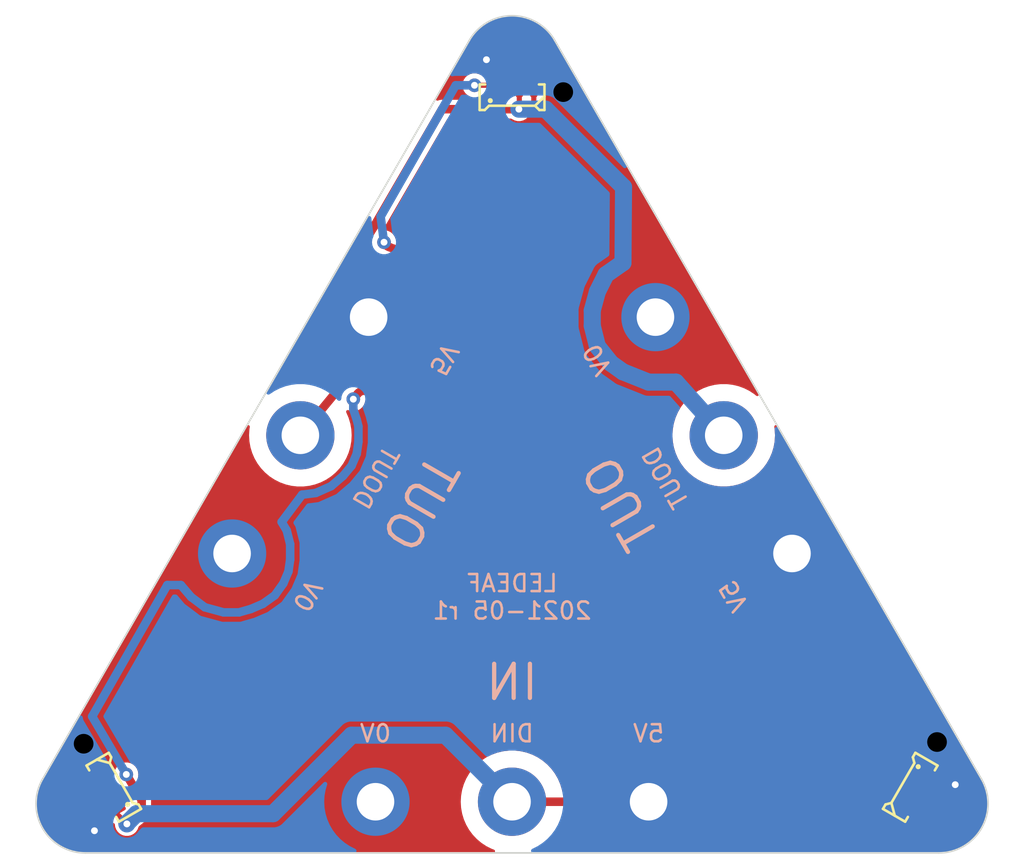
<source format=kicad_pcb>
(kicad_pcb (version 20221018) (generator pcbnew)
  (title_block (title "LEDEAF Triangle PCB") (date "2021-05-23") (rev "1") (comment 1 "Drawn By: AG"))
  (layers (0 "F.Cu" signal) (31 "B.Cu" signal) (34 "B.Paste" user) (35 "F.Paste" user) (36 "B.SilkS" user "B.Silkscreen") (37 "F.SilkS" user "F.Silkscreen") (38 "B.Mask" user) (39 "F.Mask" user) (44 "Edge.Cuts" user))
  (net 0 "")
  (net 1 "GND")
  (net 2 "5v")
  (net 3 "/DIN")
  (net 4 "/DOUT")
  (footprint "agg:M2.5_HOLE" (layer "F.Cu") (at 104.9 133.6)
    (fp_text reference "X3" hide)
    (fp_text value "TOOLING" hide)
    (pad "" np_thru_hole circle (at 0 0) (size 1.3 1.3) (drill 1.152) (layers "*.Mask"))
  )
  (footprint "agg:0402" (layer "F.Cu") (at 130 93 180)
    (fp_text reference "C3")
    (fp_text value "100n")
    (pad "1" smd rect (at -0.45 0 180) (size 0.62 0.62) (layers "F.Cu" "F.Paste" "F.Mask") (net 1 "GND"))
    (pad "2" smd rect (at 0.45 0 180) (size 0.62 0.62) (layers "F.Cu" "F.Paste" "F.Mask") (net 2 "5v"))
  )
  (footprint "agg:M2_PTH" (layer "F.Cu") (at 130 137)
    (fp_text reference "J2" hide)
    (fp_text value "DIN" hide)
    (pad "1" thru_hole circle (at 0 0) (size 4 4) (drill 2.2) (layers "*.Cu" "*.Mask") (net 3 "/DIN") (clearance 1))
  )
  (footprint "agg:M2_PTH" (layer "F.Cu") (at 121.598076 108.591035)
    (fp_text reference "J6" hide)
    (fp_text value "5V" hide)
    (pad "1" thru_hole circle (at 0 0) (size 4 4) (drill 2.2) (layers "*.Cu" "*.Mask") (net 2 "5v") (clearance 1))
  )
  (footprint "agg:WS2812B-4020" (layer "F.Cu") (at 153.331603 136.15 60)
    (fp_text reference "LED1")
    (fp_text value "WS2812B-4020")
    (fp_line (start -1.9 -0.75) (end -1.6 -0.75) (stroke (width 0.15)) (layer "F.SilkS"))
    (fp_line (start -1.9 0.75) (end -1.9 -0.75) (stroke (width 0.15)) (layer "F.SilkS"))
    (fp_line (start -1.9 0.75) (end -1.575 0.75) (stroke (width 0.15)) (layer "F.SilkS"))
    (fp_line (start -1.6 -0.75) (end -1.35 -0.5) (stroke (width 0.15)) (layer "F.SilkS"))
    (fp_line (start -1.35 -0.5) (end -1.9 0.05) (stroke (width 0.15)) (layer "F.SilkS"))
    (fp_line (start -1.35 -0.5) (end 1.35 -0.5) (stroke (width 0.15)) (layer "F.SilkS"))
    (fp_line (start 1.6 -0.75) (end 1.35 -0.5) (stroke (width 0.15)) (layer "F.SilkS"))
    (fp_line (start 1.9 -0.75) (end 1.6 -0.75) (stroke (width 0.15)) (layer "F.SilkS"))
    (fp_line (start 1.9 -0.75) (end 1.9 0.75) (stroke (width 0.15)) (layer "F.SilkS"))
    (fp_line (start 1.9 0.75) (end 1.575 0.75) (stroke (width 0.15)) (layer "F.SilkS"))
    (fp_circle (center 1.275 -0.2) (end 1.35 -0.2) (stroke (width 0.15)) (fill none) (layer "F.SilkS"))
    (pad "1" smd roundrect (at 1.275 0.65 60) (size 0.42 1.3) (layers "F.Cu" "F.Paste" "F.Mask") (net 3 "/DIN"))
    (pad "2" smd roundrect (at 0.425 0.65 60) (size 0.42 1.3) (layers "F.Cu" "F.Paste" "F.Mask") (net 2 "5v"))
    (pad "3" smd roundrect (at -0.425 0.65 60) (size 0.42 1.3) (layers "F.Cu" "F.Paste" "F.Mask"))
    (pad "4" smd roundrect (at -1.275 0.65 60) (size 0.42 1.3) (layers "F.Cu" "F.Paste" "F.Mask") (net 1 "GND"))
  )
  (footprint "agg:M2_PTH" (layer "F.Cu") (at 138 137)
    (fp_text reference "J3" hide)
    (fp_text value "5V" hide)
    (pad "1" thru_hole circle (at 0 0) (size 4 4) (drill 2.2) (layers "*.Cu" "*.Mask") (net 2 "5v") (clearance 1))
  )
  (footprint "agg:M2_PTH" (layer "F.Cu") (at 122 137)
    (fp_text reference "J1" hide)
    (fp_text value "GND" hide)
    (pad "1" thru_hole circle (at 0 0) (size 4 4) (drill 2.2) (layers "*.Cu" "*.Mask") (net 1 "GND") (clearance 1))
  )
  (footprint "agg:M2_PTH" (layer "F.Cu") (at 117.598076 115.519238)
    (fp_text reference "J5" hide)
    (fp_text value "DOUT" hide)
    (pad "1" thru_hole circle (at 0 0) (size 4 4) (drill 2.2) (layers "*.Cu" "*.Mask") (net 4 "/DOUT") (clearance 1))
  )
  (footprint "agg:M2_PTH" (layer "F.Cu") (at 138.401924 108.591035)
    (fp_text reference "J7" hide)
    (fp_text value "GND" hide)
    (pad "1" thru_hole circle (at 0 0) (size 4 4) (drill 2.2) (layers "*.Cu" "*.Mask") (net 1 "GND") (clearance 1))
  )
  (footprint "agg:M2_PTH" (layer "F.Cu") (at 142.401924 115.519238)
    (fp_text reference "J8" hide)
    (fp_text value "DOUT" hide)
    (pad "1" thru_hole circle (at 0 0) (size 4 4) (drill 2.2) (layers "*.Cu" "*.Mask") (net 4 "/DOUT") (clearance 1))
  )
  (footprint "agg:WS2812B-4020" (layer "F.Cu") (at 106.668395 136.15 -60)
    (fp_text reference "LED2")
    (fp_text value "WS2812B-4020")
    (fp_line (start -1.9 -0.75) (end -1.6 -0.75) (stroke (width 0.15)) (layer "F.SilkS"))
    (fp_line (start -1.9 0.75) (end -1.9 -0.75) (stroke (width 0.15)) (layer "F.SilkS"))
    (fp_line (start -1.9 0.75) (end -1.575 0.75) (stroke (width 0.15)) (layer "F.SilkS"))
    (fp_line (start -1.6 -0.75) (end -1.35 -0.5) (stroke (width 0.15)) (layer "F.SilkS"))
    (fp_line (start -1.35 -0.5) (end -1.9 0.05) (stroke (width 0.15)) (layer "F.SilkS"))
    (fp_line (start -1.35 -0.5) (end 1.35 -0.5) (stroke (width 0.15)) (layer "F.SilkS"))
    (fp_line (start 1.6 -0.75) (end 1.35 -0.5) (stroke (width 0.15)) (layer "F.SilkS"))
    (fp_line (start 1.9 -0.75) (end 1.6 -0.75) (stroke (width 0.15)) (layer "F.SilkS"))
    (fp_line (start 1.9 -0.75) (end 1.9 0.75) (stroke (width 0.15)) (layer "F.SilkS"))
    (fp_line (start 1.9 0.75) (end 1.575 0.75) (stroke (width 0.15)) (layer "F.SilkS"))
    (fp_circle (center 1.275 -0.2) (end 1.35 -0.2) (stroke (width 0.15)) (fill none) (layer "F.SilkS"))
    (pad "1" smd roundrect (at 1.275 0.65 300) (size 0.42 1.3) (layers "F.Cu" "F.Paste" "F.Mask") (net 3 "/DIN"))
    (pad "2" smd roundrect (at 0.425 0.65 300) (size 0.42 1.3) (layers "F.Cu" "F.Paste" "F.Mask") (net 2 "5v"))
    (pad "3" smd roundrect (at -0.425 0.65 300) (size 0.42 1.3) (layers "F.Cu" "F.Paste" "F.Mask"))
    (pad "4" smd roundrect (at -1.275 0.65 300) (size 0.42 1.3) (layers "F.Cu" "F.Paste" "F.Mask") (net 1 "GND"))
  )
  (footprint "agg:WS2812B-4020" (layer "F.Cu") (at 130 95.7 180)
    (fp_text reference "LED3")
    (fp_text value "WS2812B-4020")
    (fp_line (start -1.9 -0.75) (end -1.6 -0.75) (stroke (width 0.15)) (layer "F.SilkS"))
    (fp_line (start -1.9 0.75) (end -1.9 -0.75) (stroke (width 0.15)) (layer "F.SilkS"))
    (fp_line (start -1.9 0.75) (end -1.575 0.75) (stroke (width 0.15)) (layer "F.SilkS"))
    (fp_line (start -1.6 -0.75) (end -1.35 -0.5) (stroke (width 0.15)) (layer "F.SilkS"))
    (fp_line (start -1.35 -0.5) (end -1.9 0.05) (stroke (width 0.15)) (layer "F.SilkS"))
    (fp_line (start -1.35 -0.5) (end 1.35 -0.5) (stroke (width 0.15)) (layer "F.SilkS"))
    (fp_line (start 1.6 -0.75) (end 1.35 -0.5) (stroke (width 0.15)) (layer "F.SilkS"))
    (fp_line (start 1.9 -0.75) (end 1.6 -0.75) (stroke (width 0.15)) (layer "F.SilkS"))
    (fp_line (start 1.9 -0.75) (end 1.9 0.75) (stroke (width 0.15)) (layer "F.SilkS"))
    (fp_line (start 1.9 0.75) (end 1.575 0.75) (stroke (width 0.15)) (layer "F.SilkS"))
    (fp_circle (center 1.275 -0.2) (end 1.35 -0.2) (stroke (width 0.15)) (fill none) (layer "F.SilkS"))
    (pad "1" smd roundrect (at 1.275 0.65 180) (size 0.42 1.3) (layers "F.Cu" "F.Paste" "F.Mask") (net 3 "/DIN"))
    (pad "2" smd roundrect (at 0.425 0.65 180) (size 0.42 1.3) (layers "F.Cu" "F.Paste" "F.Mask") (net 2 "5v"))
    (pad "3" smd roundrect (at -0.425 0.65 180) (size 0.42 1.3) (layers "F.Cu" "F.Paste" "F.Mask") (net 4 "/DOUT"))
    (pad "4" smd roundrect (at -1.275 0.65 180) (size 0.42 1.3) (layers "F.Cu" "F.Paste" "F.Mask") (net 1 "GND"))
  )
  (footprint "agg:0402" (layer "F.Cu") (at 104.330126 137.5 -60)
    (fp_text reference "C2")
    (fp_text value "100n")
    (pad "1" smd rect (at -0.45 0 300) (size 0.62 0.62) (layers "F.Cu" "F.Paste" "F.Mask") (net 1 "GND"))
    (pad "2" smd rect (at 0.45 0 300) (size 0.62 0.62) (layers "F.Cu" "F.Paste" "F.Mask") (net 2 "5v"))
  )
  (footprint "agg:M2_PTH" (layer "F.Cu") (at 113.598076 122.447441)
    (fp_text reference "J4" hide)
    (fp_text value "GND" hide)
    (pad "1" thru_hole circle (at 0 0) (size 4 4) (drill 2.2) (layers "*.Cu" "*.Mask") (net 1 "GND") (clearance 1))
  )
  (footprint "agg:0402" (layer "F.Cu") (at 155.669873 137.5 60)
    (fp_text reference "C1")
    (fp_text value "100n")
    (pad "1" smd rect (at -0.45 0 60) (size 0.62 0.62) (layers "F.Cu" "F.Paste" "F.Mask") (net 1 "GND"))
    (pad "2" smd rect (at 0.45 0 60) (size 0.62 0.62) (layers "F.Cu" "F.Paste" "F.Mask") (net 2 "5v"))
  )
  (footprint "agg:M2.5_HOLE" (layer "F.Cu") (at 133 95.4)
    (fp_text reference "X2" hide)
    (fp_text value "TOOLING" hide)
    (pad "" np_thru_hole circle (at 0 0) (size 1.3 1.3) (drill 1.152) (layers "*.Mask"))
  )
  (footprint "agg:M2.5_HOLE" (layer "F.Cu") (at 154.9 133.5)
    (fp_text reference "X1" hide)
    (fp_text value "TOOLING" hide)
    (pad "" np_thru_hole circle (at 0 0) (size 1.3 1.3) (drill 1.152) (layers "*.Mask"))
  )
  (footprint "agg:M2_PTH" (layer "F.Cu") (at 146.401924 122.447441)
    (fp_text reference "J9" hide)
    (fp_text value "5V" hide)
    (pad "1" thru_hole circle (at 0 0) (size 4 4) (drill 2.2) (layers "*.Cu" "*.Mask") (net 2 "5v") (clearance 1))
  )
  (gr_line (start 102.5 135.669873) (end 127.5 92.368603) (stroke (width 0.1)) (layer "Edge.Cuts"))
  (gr_arc (start 127.5 92.368603) (mid 129.999999 90.925227) (end 132.499999 92.368602) (stroke (width 0.1)) (layer "Edge.Cuts"))
  (gr_line (start 105 140) (end 155 140) (stroke (width 0.1)) (layer "Edge.Cuts"))
  (gr_arc (start 157.500002 135.669873) (mid 157.500001 138.556625) (end 155 140) (stroke (width 0.1)) (layer "Edge.Cuts"))
  (gr_line (start 157.5 135.669873) (end 132.5 92.368603) (stroke (width 0.1)) (layer "Edge.Cuts"))
  (gr_arc (start 105 140) (mid 102.500001 138.556625) (end 102.500001 135.669875) (stroke (width 0.1)) (layer "Edge.Cuts"))
  (gr_text "0V" (at 122 133) (layer "B.SilkS") (effects (font (size 1 1)) (justify mirror)))
  (gr_text "DOUT" (at 139 118 120) (layer "B.SilkS") (effects (font (size 1 1)) (justify mirror)))
  (gr_text "DOUT" (at 122 118 240) (layer "B.SilkS") (effects (font (size 1 1)) (justify mirror)))
  (gr_text "DIN" (at 130 133) (layer "B.SilkS") (effects (font (size 1 1)) (justify mirror)))
  (gr_text "5V" (at 138 133) (layer "B.SilkS") (effects (font (size 1 1)) (justify mirror)))
  (gr_text "0V" (at 118 124.928203 240) (layer "B.SilkS") (effects (font (size 1 1)) (justify mirror)))
  (gr_text "LEDEAF\n2021-05 r1" (at 130 125) (layer "B.SilkS") (effects (font (size 1 1)) (justify mirror)))
  (gr_text "IN" (at 130 130) (layer "B.SilkS") (effects (font (size 2 2) (thickness 0.25)) (justify mirror)))
  (gr_text "OUT" (at 124.598076 119.5 240) (layer "B.SilkS") (effects (font (size 2 2) (thickness 0.25)) (justify mirror)))
  (gr_text "5V" (at 143 124.928203 120) (layer "B.SilkS") (effects (font (size 1 1)) (justify mirror)))
  (gr_text "OUT" (at 136.401924 119.5 120) (layer "B.SilkS") (effects (font (size 2 2) (thickness 0.25)) (justify mirror)))
  (gr_text "5V" (at 126 111.071798 240) (layer "B.SilkS") (effects (font (size 1 1)) (justify mirror)))
  (gr_text "0V" (at 135 111.071797 120) (layer "B.SilkS") (effects (font (size 1 1)) (justify mirror)))
  (segment (start 105.433974 138.3) (end 105.533974 138.3) (width 0.3) (layer "F.Cu") (net 2))
  (segment (start 129 93) (end 128.5 93.5) (width 0.3) (layer "F.Cu") (net 2))
  (segment (start 154.489535 136.471152) (end 155.394873 136.471152) (width 0.3) (layer "F.Cu") (net 2))
  (segment (start 129.55 93) (end 129 93) (width 0.3) (layer "F.Cu") (net 2))
  (segment (start 155.894873 136.071152) (end 155.966025 136) (width 0.3) (layer "F.Cu") (net 2))
  (segment (start 106.265913 136.868061) (end 105.533974 137.6) (width 0.3) (layer "F.Cu") (net 2))
  (segment (start 105.133974 138) (end 105.433974 138.3) (width 0.3) (layer "F.Cu") (net 2))
  (segment (start 105.133974 138) (end 104.983974 138.15) (width 0.3) (layer "F.Cu") (net 2))
  (segment (start 155.894873 137.110289) (end 155.894873 136.471152) (width 0.3) (layer "F.Cu") (net 2))
  (segment (start 105.533974 137.6) (end 105.283974 137.85) (width 0.3) (layer "F.Cu") (net 2))
  (segment (start 155.894873 136.471152) (end 155.894873 136.071152) (width 0.3) (layer "F.Cu") (net 2))
  (segment (start 105.433974 138.3) (end 105.433974 138) (width 0.3) (layer "F.Cu") (net 2))
  (segment (start 106.274677 136.868061) (end 106.265913 136.868061) (width 0.3) (layer "F.Cu") (net 2))
  (segment (start 105.533974 138.3) (end 105.533974 137.6) (width 0.3) (layer "F.Cu") (net 2))
  (segment (start 105.283974 137.85) (end 105.133974 138) (width 0.3) (layer "F.Cu") (net 2))
  (segment (start 155.866025 136) (end 155.394873 136.471152) (width 0.3) (layer "F.Cu") (net 2))
  (segment (start 155.966025 136) (end 155.866025 136) (width 0.3) (layer "F.Cu") (net 2))
  (segment (start 129.575 93.025) (end 129.55 93) (width 0.3) (layer "F.Cu") (net 2))
  (segment (start 129.575 95) (end 129.575 93.025) (width 0.3) (layer "F.Cu") (net 2))
  (segment (start 104.983974 138.15) (end 105.533974 138.7) (width 0.3) (layer "F.Cu") (net 2))
  (segment (start 104.555126 137.889711) (end 104.723685 137.889711) (width 0.3) (layer "F.Cu") (net 2))
  (segment (start 154.150322 136.131939) (end 154.489535 136.471152) (width 0.3) (layer "F.Cu") (net 2))
  (segment (start 105.533974 138.7) (end 105.533974 138.3) (width 0.3) (layer "F.Cu") (net 2))
  (segment (start 105.433974 138) (end 105.283974 137.85) (width 0.3) (layer "F.Cu") (net 2))
  (segment (start 155.394873 136.471152) (end 155.894873 136.471152) (width 0.3) (layer "F.Cu") (net 2))
  (segment (start 104.723685 137.889711) (end 104.983974 138.15) (width 0.3) (layer "F.Cu") (net 2))
  (via (at 155.966025 136) (size 0.8) (drill 0.4) (layers "F.Cu" "B.Cu") (net 2))
  (via (at 128.5 93.5) (size 0.8) (drill 0.4) (layers "F.Cu" "B.Cu") (net 2))
  (via (at 105.533974 138.7) (size 0.8) (drill 0.4) (layers "F.Cu" "B.Cu") (net 2))
  (segment (start 136.813939 133.795354) (end 137.381783 133.606072) (width 0.5) (layer "F.Cu") (net 3))
  (segment (start 122.5 104.2) (end 122.514985 104.22997) (width 0.5) (layer "F.Cu") (net 3))
  (segment (start 154.9 135.1) (end 154.8 135.2) (width 0.3) (layer "F.Cu") (net 3))
  (segment (start 142.2 139.4) (end 155.5 139.4) (width 0.5) (layer "F.Cu") (net 3))
  (segment (start 125.8 108.6) (end 125.8 109.164466) (width 0.5) (layer "F.Cu") (net 3))
  (segment (start 125.8 108.04951) (end 125.8 108.6) (width 0.5) (layer "F.Cu") (net 3))
  (segment (start 120.949878 113.087653) (end 120.7 113.4) (width 0.5) (layer "F.Cu") (net 3))
  (segment (start 125.429418 106.573546) (end 125.582951 106.957378) (width 0.5) (layer "F.Cu") (net 3))
  (segment (start 140.2061 134.40488) (end 140.629833 134.743866) (width 0.5) (layer "F.Cu") (net 3))
  (segment (start 123.748096 112.325952) (end 123.05989 112.670055) (width 0.5) (layer "F.Cu") (net 3))
  (segment (start 137.41863 133.595343) (end 137.740285 133.514929) (width 0.5) (layer "F.Cu") (net 3))
  (segment (start 134.614257 136.257229) (end 134.8718 135.484599) (width 0.5) (layer "F.Cu") (net 3))
  (segment (start 130 137) (end 134.5 137) (width 0.5) (layer "F.Cu") (net 3))
  (segment (start 125.794975 109.235176) (end 125.711475 109.819677) (width 0.5) (layer "F.Cu") (net 3))
  (segment (start 154.77114 135.2) (end 154.575322 135.395818) (width 0.3) (layer "F.Cu") (net 3))
  (segment (start 122.934341 112.713132) (end 122.048548 112.89029) (width 0.5) (layer "F.Cu") (net 3))
  (segment (start 124.9 105.9) (end 125.349291 106.439149) (width 0.5) (layer "F.Cu") (net 3))
  (segment (start 107.4 135.4) (end 108.3 136.9) (width 0.5) (layer "F.Cu") (net 3))
  (segment (start 125.382733 110.525901) (end 125.016748 111.074878) (width 0.5) (layer "F.Cu") (net 3))
  (segment (start 125.663714 109.972573) (end 125.413921 110.472158) (width 0.5) (layer "F.Cu") (net 3))
  (segment (start 106.738156 137.604182) (end 107.433974 138.3) (width 0.3) (layer "F.Cu") (net 3))
  (segment (start 135.872635 134.256419) (end 136.265646 134.020612) (width 0.5) (layer "F.Cu") (net 3))
  (segment (start 123.130141 104.617224) (end 123.787951 104.993115) (width 0.5) (layer "F.Cu") (net 3))
  (segment (start 128.725 95) (end 127.8 95) (width 0.3) (layer "F.Cu") (net 3))
  (segment (start 106.699677 137.604182) (end 106.738156 137.604182) (width 0.3) (layer "F.Cu") (net 3))
  (segment (start 108.3 136.9) (end 108.3 137.6) (width 0.5) (layer "F.Cu") (net 3))
  (segment (start 156.8 135.6) (end 156.3 135.1) (width 0.3) (layer "F.Cu") (net 3))
  (segment (start 122.776503 104.470601) (end 123.067767 104.587107) (width 0.5) (layer "F.Cu") (net 3))
  (segment (start 138.140818 133.506803) (end 138.646686 133.591114) (width 0.5) (layer "F.Cu") (net 3))
  (segment (start 121.95049 112.9) (end 121.340312 112.9) (width 0.5) (layer "F.Cu") (net 3))
  (segment (start 157 137.9) (end 157 136.1) (width 0.3) (layer "F.Cu") (net 3))
  (segment (start 124.980351 111.122924) (end 124.427304 111.768145) (width 0.5) (layer "F.Cu") (net 3))
  (segment (start 155.5 139.4) (end 157 137.9) (width 0.5) (layer "F.Cu") (net 3))
  (segment (start 124.466957 105.380348) (end 124.9 105.9) (width 0.5) (layer "F.Cu") (net 3))
  (segment (start 123.812413 105.006207) (end 124.306452 105.253226) (width 0.5) (layer "F.Cu") (net 3))
  (segment (start 141.546447 138.746447) (end 142.2 139.4) (width 0.5) (layer "F.Cu") (net 3))
  (segment (start 141.014879 135.337199) (end 141.190502 135.776255) (width 0.5) (layer "F.Cu") (net 3))
  (segment (start 108.3 137.6) (end 107.433974 138.3) (width 0.5) (layer "F.Cu") (net 3))
  (segment (start 156.3 135.1) (end 154.9 135.1) (width 0.3) (layer "F.Cu") (net 3))
  (segment (start 125.609003 107.045015) (end 125.7 107.5) (width 0.5) (layer "F.Cu") (net 3))
  (segment (start 141.207026 135.82459) (end 141.380762 136.432667) (width 0.5) (layer "F.Cu") (net 3))
  (segment (start 154.575322 135.395818) (end 154.575322 135.390703) (width 0.3) (layer "F.Cu") (net 3))
  (segment (start 135.303201 134.896159) (end 135.745772 134.365073) (width 0.5) (layer "F.Cu") (net 3))
  (segment (start 137.861553 133.5) (end 138.058619 133.5) (width 0.5) (layer "F.Cu") (net 3))
  (segment (start 124.367768 111.82686) (end 123.844581 112.262849) (width 0.5) (layer "F.Cu") (net 3))
  (segment (start 157 136.1) (end 156.8 135.9) (width 0.3) (layer "F.Cu") (net 3))
  (segment (start 134.5 137) (end 134.593624 136.344632) (width 0.5) (layer "F.Cu") (net 3))
  (segment (start 125.7 107.5) (end 125.79029 107.951452) (width 0.5) (layer "F.Cu") (net 3))
  (segment (start 156.8 135.9) (end 156.8 135.6) (width 0.3) (layer "F.Cu") (net 3))
  (segment (start 139.836068 134.127051) (end 140.193752 134.395314) (width 0.5) (layer "F.Cu") (net 3))
  (segment (start 134.955708 135.330365) (end 135.296877 134.903904) (width 0.5) (layer "F.Cu") (net 3))
  (segment (start 139.218602 133.809301) (end 139.759675 134.079837) (width 0.5) (layer "F.Cu") (net 3))
  (segment (start 138.750182 133.620073) (end 139.18069 133.792276) (width 0.5) (layer "F.Cu") (net 3))
  (segment (start 154.8 135.2) (end 154.77114 135.2) (width 0.3) (layer "F.Cu") (net 3))
  (segment (start 141.4 136.570027) (end 141.4 138.392893) (width 0.5) (layer "F.Cu") (net 3))
  (segment (start 136.337199 133.985121) (end 136.786357 133.805457) (width 0.5) (layer "F.Cu") (net 3))
  (segment (start 140.746232 134.877053) (end 140.979388 135.265646) (width 0.5) (layer "F.Cu") (net 3))
  (via (at 107.433974 138.3) (size 0.8) (drill 0.4) (layers "F.Cu" "B.Cu") (net 3))
  (via (at 107.4 135.4) (size 0.8) (drill 0.4) (layers "F.Cu" "B.Cu") (net 3))
  (via (at 127.8 95) (size 0.8) (drill 0.4) (layers "F.Cu" "B.Cu") (net 3))
  (via (at 122.5 104.2) (size 0.8) (drill 0.4) (layers "F.Cu" "B.Cu") (net 3))
  (via (at 120.7 113.4) (size 0.8) (drill 0.4) (layers "F.Cu" "B.Cu") (net 3))
  (arc (start 136.786357 133.805457) (mid 136.800074 133.800203) (end 136.813939 133.795354) (width 0.5) (layer "F.Cu") (net 3))
  (arc (start 141.4 138.392893) (mid 141.43806 138.584235) (end 141.546447 138.746447) (width 0.5) (layer "F.Cu") (net 3))
  (arc (start 139.836068 134.127051) (mid 139.798934 134.101726) (end 139.759675 134.079837) (width 0.5) (layer "F.Cu") (net 3))
  (arc (start 124.306452 105.253226) (mid 124.393281 105.308483) (end 124.466957 105.380348) (width 0.5) (layer "F.Cu") (net 3))
  (arc (start 139.18069 133.792276) (mid 139.199823 133.800394) (end 139.218602 133.809301) (width 0.5) (layer "F.Cu") (net 3))
  (arc (start 120.949878 113.087653) (mid 121.123718 112.949349) (end 121.340312 112.9) (width 0.5) (layer "F.Cu") (net 3))
  (arc (start 125.609003 107.045015) (mid 125.597984 107.0006) (end 125.582951 106.957378) (width 0.5) (layer "F.Cu") (net 3))
  (arc (start 123.067767 104.587107) (mid 123.099476 104.601084) (end 123.130141 104.617224) (width 0.5) (layer "F.Cu") (net 3))
  (arc (start 125.8 108.04951) (mid 125.797567 108.000241) (end 125.79029 107.951452) (width 0.5) (layer "F.Cu") (net 3))
  (arc (start 138.750182 133.620073) (mid 138.699214 133.602805) (end 138.646686 133.591114) (width 0.5) (layer "F.Cu") (net 3))
  (arc (start 123.812413 105.006207) (mid 123.800091 104.999831) (end 123.787951 104.993115) (width 0.5) (layer "F.Cu") (net 3))
  (arc (start 141.014879 135.337199) (mid 140.998564 135.300713) (end 140.979388 135.265646) (width 0.5) (layer "F.Cu") (net 3))
  (arc (start 134.614257 136.257229) (mid 134.601974 136.300466) (end 134.593624 136.344632) (width 0.5) (layer "F.Cu") (net 3))
  (arc (start 124.980351 111.122924) (mid 124.999274 111.09945) (end 125.016748 111.074878) (width 0.5) (layer "F.Cu") (net 3))
  (arc (start 135.296877 134.903904) (mid 135.30002 134.900016) (end 135.303201 134.896159) (width 0.5) (layer "F.Cu") (net 3))
  (arc (start 140.2061 134.40488) (mid 140.199963 134.400049) (end 140.193752 134.395314) (width 0.5) (layer "F.Cu") (net 3))
  (arc (start 134.8718 135.484599) (mid 134.906931 135.40377) (end 134.955708 135.330365) (width 0.5) (layer "F.Cu") (net 3))
  (arc (start 137.41863 133.595343) (mid 137.400104 133.600354) (end 137.381783 133.606072) (width 0.5) (layer "F.Cu") (net 3))
  (arc (start 141.4 136.570027) (mid 141.395167 136.500677) (end 141.380762 136.432667) (width 0.5) (layer "F.Cu") (net 3))
  (arc (start 122.776503 104.470601) (mid 122.623644 104.374304) (end 122.514985 104.22997) (width 0.5) (layer "F.Cu") (net 3))
  (arc (start 138.058619 133.5) (mid 138.099859 133.501704) (end 138.140818 133.506803) (width 0.5) (layer "F.Cu") (net 3))
  (arc (start 124.367768 111.82686) (mid 124.398766 111.798749) (end 124.427304 111.768145) (width 0.5) (layer "F.Cu") (net 3))
  (arc (start 123.05989 112.670055) (mid 122.998551 112.695778) (end 122.934341 112.713132) (width 0.5) (layer "F.Cu") (net 3))
  (arc (start 125.429418 106.573546) (mid 125.394644 106.503194) (end 125.349291 106.439149) (width 0.5) (layer "F.Cu") (net 3))
  (arc (start 122.048548 112.89029) (mid 121.999759 112.897566) (end 121.95049 112.9) (width 0.5) (layer "F.Cu") (net 3))
  (arc (start 141.190502 135.776255) (mid 141.199382 135.800211) (end 141.207026 135.82459) (width 0.5) (layer "F.Cu") (net 3))
  (arc (start 137.861553 133.5) (mid 137.800461 133.503746) (end 137.740285 133.514929) (width 0.5) (layer "F.Cu") (net 3))
  (arc (start 125.413921 110.472158) (mid 125.399163 110.499514) (end 125.382733 110.525901) (width 0.5) (layer "F.Cu") (net 3))
  (arc (start 136.337199 133.985121) (mid 136.300713 134.001436) (end 136.265646 134.020612) (width 0.5) (layer "F.Cu") (net 3))
  (arc (start 125.8 109.164466) (mid 125.798742 109.19991) (end 125.794975 109.235176) (width 0.5) (layer "F.Cu") (net 3))
  (arc (start 123.748096 112.325952) (mid 123.798163 112.297191) (end 123.844581 112.262849) (width 0.5) (layer "F.Cu") (net 3))
  (arc (start 125.663714 109.972573) (mid 125.693757 109.89805) (end 125.711475 109.819677) (width 0.5) (layer "F.Cu") (net 3))
  (arc (start 135.872635 134.256419) (mid 135.804634 134.305411) (end 135.745772 134.365073) (width 0.5) (layer "F.Cu") (net 3))
  (arc (start 140.629833 134.743866) (mid 140.693969 134.805271) (end 140.746232 134.877053) (width 0.5) (layer "F.Cu") (net 3))
  (segment (start 127.8 95) (end 126.7 95) (width 0.5) (layer "B.Cu") (net 3))
  (segment (start 107.433974 138.3) (end 107.433974 138.266026) (width 1) (layer "B.Cu") (net 3))
  (segment (start 117 122.8) (end 116.9 123.5) (width 0.5) (layer "B.Cu") (net 3))
  (segment (start 119.4 118.5) (end 118.5 118.9) (width 0.5) (layer "B.Cu") (net 3))
  (segment (start 114.7 125.7) (end 114 125.9) (width 0.5) (layer "B.Cu") (net 3))
  (segment (start 120.6 117.3) (end 120.1 117.9) (width 0.5) (layer "B.Cu") (net 3))
  (segment (start 121 115.9) (end 120.9 116.6) (width 0.5) (layer "B.Cu") (net 3))
  (segment (start 112 125.6) (end 111.2 125) (width 0.5) (layer "B.Cu") (net 3))
  (segment (start 120.9 114.6) (end 121 115) (width 0.5) (layer "B.Cu") (net 3))
  (segment (start 120.7 114) (end 120.9 114.6) (width 0.5) (layer "B.Cu") (net 3))
  (segment (start 116.9 123.5) (end 116.6 124.2) (width 0.5) (layer "B.Cu") (net 3))
  (segment (start 114 125.9) (end 113.1 125.9) (width 0.5) (layer "B.Cu") (net 3))
  (segment (start 111.2 125) (end 110.6 124.3) (width 0.5) (layer "B.Cu") (net 3))
  (segment (start 116.6 124.2) (end 116.1 124.9) (width 0.5) (layer "B.Cu") (net 3))
  (segment (start 122.3 102.7) (end 122.5 104.2) (width 0.5) (layer "B.Cu") (net 3))
  (segment (start 126.1 133.1) (end 130 137) (width 1) (layer "B.Cu") (net 3))
  (segment (start 115.4 125.4) (end 114.7 125.7) (width 0.5) (layer "B.Cu") (net 3))
  (segment (start 110.6 124.3) (end 109.8 124.3) (width 0.5) (layer "B.Cu") (net 3))
  (segment (start 126.7 95) (end 122.3 102.7) (width 0.5) (layer "B.Cu") (net 3))
  (segment (start 105.4 132) (end 107.4 135.4) (width 0.5) (layer "B.Cu") (net 3))
  (segment (start 117.7 119) (end 116.5 120.6) (width 0.5) (layer "B.Cu") (net 3))
  (segment (start 120.6 133.1) (end 126.1 133.1) (width 1) (layer "B.Cu") (net 3))
  (segment (start 120.1 117.9) (end 119.4 118.5) (width 0.5) (layer "B.Cu") (net 3))
  (segment (start 116.8 121.1) (end 117 121.9) (width 0.5) (layer "B.Cu") (net 3))
  (segment (start 116.5 120.6) (end 116.8 121.1) (width 0.5) (layer "B.Cu") (net 3))
  (segment (start 116 137.7) (end 120.6 133.1) (width 1) (layer "B.Cu") (net 3))
  (segment (start 113.1 125.9) (end 112 125.6) (width 0.5) (layer "B.Cu") (net 3))
  (segment (start 117 121.9) (end 117 122.8) (width 0.5) (layer "B.Cu") (net 3))
  (segment (start 116.1 124.9) (end 115.4 125.4) (width 0.5) (layer "B.Cu") (net 3))
  (segment (start 120.9 116.6) (end 120.6 117.3) (width 0.5) (layer "B.Cu") (net 3))
  (segment (start 109.8 124.3) (end 105.4 132) (width 0.5) (layer "B.Cu") (net 3))
  (segment (start 108 137.7) (end 116 137.7) (width 1) (layer "B.Cu") (net 3))
  (segment (start 107.433974 138.266026) (end 108 137.7) (width 1) (layer "B.Cu") (net 3))
  (segment (start 120.7 113.4) (end 120.7 114) (width 0.5) (layer "B.Cu") (net 3))
  (segment (start 121 115) (end 121 115.9) (width 0.5) (layer "B.Cu") (net 3))
  (segment (start 118.5 118.9) (end 117.7 119) (width 0.5) (layer "B.Cu") (net 3))
  (segment (start 125.9 96.4) (end 121.9 103.3) (width 0.5) (layer "F.Cu") (net 4))
  (segment (start 124.882951 109.642622) (end 124.719335 110.051662) (width 0.5) (layer "F.Cu") (net 4))
  (segment (start 120.8 105.2) (end 121.2 105.1) (width 0.5) (layer "F.Cu") (net 4))
  (segment (start 124.613921 106.927842) (end 124.775454 107.250908) (width 0.5) (layer "F.Cu") (net 4))
  (segment (start 124.813312 107.353248) (end 124.897114 107.688457) (width 0.5) (layer "F.Cu") (net 4))
  (segment (start 123.427427 111.536287) (end 122.931782 111.784109) (width 0.5) (layer "F.Cu") (net 4))
  (segment (start 121.1 104.6) (end 121.9 103.3) (width 0.5) (layer "F.Cu") (net 4))
  (segment (start 123.641363 105.83309) (end 124.050433 106.160347) (width 0.5) (layer "F.Cu") (net 4))
  (segment (start 130.425 95) (end 130.425 96.375) (width 0.3) (layer "F.Cu") (net 4))
  (segment (start 122.32584 105.18764) (end 121.840818 105.106803) (width 0.5) (layer "F.Cu") (net 4))
  (segment (start 124.407698 106.611547) (end 124.582733 106.874099) (width 0.5) (layer "F.Cu") (net 4))
  (segment (start 130.4 96.4) (end 125.9 96.4) (width 0.5) (layer "F.Cu") (net 4))
  (segment (start 121.758619 105.1) (end 121.2 105.1) (width 0.5) (layer "F.Cu") (net 4))
  (segment (start 124.264991 110.735009) (end 123.557373 111.442627) (width 0.5) (layer "F.Cu") (net 4))
  (segment (start 125 108.24951) (end 125 109.05049) (width 0.5) (layer "F.Cu") (net 4))
  (segment (start 124.671122 110.143317) (end 124.327463 110.658805) (width 0.5) (layer "F.Cu") (net 4))
  (segment (start 121.2 105.1) (end 121.1 104.6) (width 0.5) (layer "F.Cu") (net 4))
  (segment (start 130.425 96.375) (end 130.4 96.4) (width 0.3) (layer "F.Cu") (net 4))
  (segment (start 124.138086 106.250781) (end 124.391673 106.588897) (width 0.5) (layer "F.Cu") (net 4))
  (segment (start 120.350005 112.181903) (end 117.598076 115.519238) (width 0.5) (layer "F.Cu") (net 4))
  (segment (start 122.218861 112) (end 120.735769 112) (width 0.5) (layer "F.Cu") (net 4))
  (segment (start 122.86629 111.811237) (end 122.376975 111.974342) (width 0.5) (layer "F.Cu") (net 4))
  (segment (start 124.99029 109.148548) (end 124.909003 109.554985) (width 0.5) (layer "F.Cu") (net 4))
  (segment (start 121.1 104.6) (end 120.8 105.2) (width 0.5) (layer "F.Cu") (net 4))
  (segment (start 122.467247 105.233623) (end 123.552622 105.776311) (width 0.5) (layer "F.Cu") (net 4))
  (segment (start 124.902333 107.711667) (end 124.99029 108.151452) (width 0.5) (layer "F.Cu") (net 4))
  (via (at 130.4 96.4) (size 0.8) (drill 0.4) (layers "F.Cu" "B.Cu") (net 4))
  (arc (start 124.902333 107.711667) (mid 124.899861 107.700031) (end 124.897114 107.688457) (width 0.5) (layer "F.Cu") (net 4))
  (arc (start 124.138086 106.250781) (mid 124.097118 106.202793) (end 124.050433 106.160347) (width 0.5) (layer "F.Cu") (net 4))
  (arc (start 124.99029 108.151452) (mid 124.997566 108.200241) (end 125 108.24951) (width 0.5) (layer "F.Cu") (net 4))
  (arc (start 123.427427 111.536287) (mid 123.496175 111.494695) (end 123.557373 111.442627) (width 0.5) (layer "F.Cu") (net 4))
  (arc (start 123.552622 105.776311) (mid 123.598492 105.802357) (end 123.641363 105.83309) (width 0.5) (layer "F.Cu") (net 4))
  (arc (start 124.582733 106.874099) (mid 124.599163 106.900485) (end 124.613921 106.927842) (width 0.5) (layer "F.Cu") (net 4))
  (arc (start 122.931782 111.784109) (mid 122.899517 111.798835) (end 122.86629 111.811237) (width 0.5) (layer "F.Cu") (net 4))
  (arc (start 122.218861 112) (mid 122.298952 111.993544) (end 122.376975 111.974342) (width 0.5) (layer "F.Cu") (net 4))
  (arc (start 124.719335 110.051662) (mid 124.697608 110.098741) (end 124.671122 110.143317) (width 0.5) (layer "F.Cu") (net 4))
  (arc (start 124.882951 109.642622) (mid 124.897984 109.5994) (end 124.909003 109.554985) (width 0.5) (layer "F.Cu") (net 4))
  (arc (start 124.813312 107.353248) (mid 124.797183 107.301042) (end 124.775454 107.250908) (width 0.5) (layer "F.Cu") (net 4))
  (arc (start 124.327463 110.658805) (mid 124.298109 110.69845) (end 124.264991 110.735009) (width 0.5) (layer "F.Cu") (net 4))
  (arc (start 124.99029 109.148548) (mid 124.997566 109.099759) (end 125 109.05049) (width 0.5) (layer "F.Cu") (net 4))
  (arc (start 120.350005 112.181903) (mid 120.522519 112.047757) (end 120.735769 112) (width 0.5) (layer "F.Cu") (net 4))
  (arc (start 122.467247 105.233623) (mid 122.398262 105.205345) (end 122.32584 105.18764) (width 0.5) (layer "F.Cu") (net 4))
  (arc (start 124.391673 106.588897) (mid 124.399843 106.600111) (end 124.407698 106.611547) (width 0.5) (layer "F.Cu") (net 4))
  (arc (start 121.758619 105.1) (mid 121.799859 105.101704) (end 121.840818 105.106803) (width 0.5) (layer "F.Cu") (net 4))
  (segment (start 139.6 112.4) (end 142.401924 115.519238) (width 1) (layer "B.Cu") (net 4))
  (segment (start 136.5 105.4) (end 136.532836 100.967164) (width 1) (layer "B.Cu") (net 4))
  (segment (start 135 110.3) (end 135.8 111.3) (width 1) (layer "B.Cu") (net 4))
  (segment (start 135.8 111.3) (end 136.5 111.8) (width 1) (layer "B.Cu") (net 4))
  (segment (start 138 112.4) (end 139.6 112.4) (width 1) (layer "B.Cu") (net 4))
  (segment (start 131.965672 96.4) (end 130.4 96.4) (width 1) (layer "B.Cu") (net 4))
  (segment (start 136.5 105.4) (end 135.5 106.1) (width 1) (layer "B.Cu") (net 4))
  (segment (start 136.532836 100.967164) (end 131.965672 96.4) (width 1) (layer "B.Cu") (net 4))
  (segment (start 134.7 108.2) (end 134.7 109.1) (width 1) (layer "B.Cu") (net 4))
  (segment (start 135 107.1) (end 134.7 108.2) (width 1) (layer "B.Cu") (net 4))
  (segment (start 136.5 111.8) (end 138 112.4) (width 1) (layer "B.Cu") (net 4))
  (segment (start 134.7 109.1) (end 135 110.3) (width 1) (layer "B.Cu") (net 4))
  (segment (start 135.5 106.1) (end 135 107.1) (width 1) (layer "B.Cu") (net 4))
  (zone (net 1) (net_name "GND") (layer "F.Cu") (connect_pads (clearance 0.3)) (min_thickness 0.2) (fill yes (thermal_gap 0.4) (thermal_bridge_width 0.3) (smoothing fillet) (radius 3))
    (polygon (pts (xy 160 140) (xy 100 140) (xy 100 90) (xy 160 90)))
  )
  (zone (net 2) (net_name "5v") (layer "B.Cu") (connect_pads (clearance 0.3)) (min_thickness 0.25) (fill yes (thermal_gap 0.5) (thermal_bridge_width 0.3) (smoothing fillet) (radius 3))
    (polygon (pts (xy 160 140) (xy 100 140) (xy 100 90) (xy 160 90)))
  )
)
</source>
